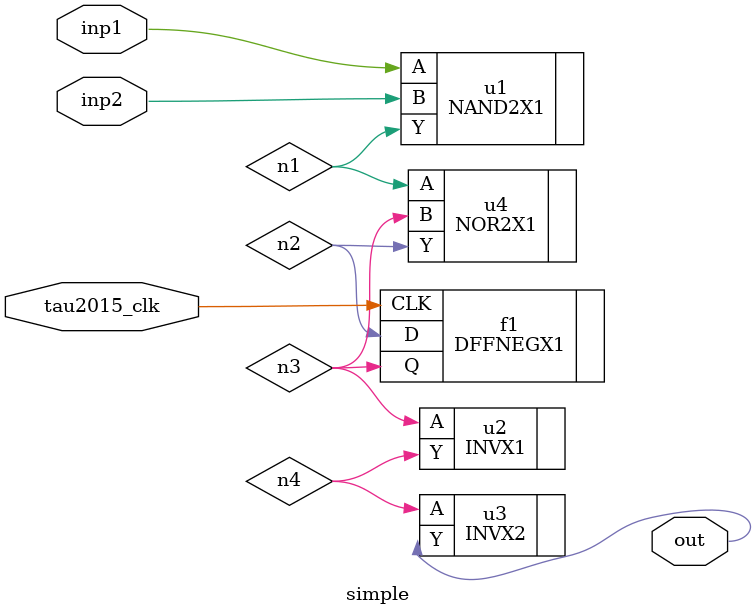
<source format=v>
module simple (
inp1,
inp2,
tau2015_clk,
out
);

// Start PIs
input inp1, inp2, tau2015_clk;

// Start POs
output out;

// Start wires
wire n1, n2, n3;
wire n4;
wire inp1;
wire inp2;
wire tau2015_clk;
wire out;

// Start cells
NAND2X1 u1 ( .A(inp1), .B(inp2), .Y(n1) );
DFFNEGX1 f1 ( .D(n2), .CLK(tau2015_clk), .Q(n3) );
INVX1 u2 ( .A(n3), .Y(n4) );
INVX2 u3 ( .A(n4), .Y(out) );
NOR2X1 u4 ( .A(n1), .B(n3), .Y(n2) );

endmodule

</source>
